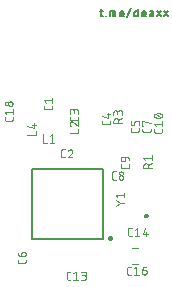
<source format=gbr>
G04 EAGLE Gerber RS-274X export*
G75*
%MOMM*%
%FSLAX34Y34*%
%LPD*%
%INSilkscreen Top*%
%IPPOS*%
%AMOC8*
5,1,8,0,0,1.08239X$1,22.5*%
G01*
%ADD10C,0.152400*%
%ADD11C,0.304800*%
%ADD12C,0.076200*%
%ADD13C,0.120000*%
%ADD14C,0.050800*%
%ADD15C,0.203200*%
%ADD16C,0.200000*%


D10*
X99502Y237065D02*
X101703Y237065D01*
X100236Y239266D02*
X100236Y233763D01*
X100235Y233763D02*
X100237Y233699D01*
X100242Y233635D01*
X100252Y233572D01*
X100265Y233509D01*
X100281Y233447D01*
X100301Y233386D01*
X100325Y233327D01*
X100352Y233269D01*
X100383Y233213D01*
X100416Y233158D01*
X100453Y233106D01*
X100493Y233055D01*
X100535Y233007D01*
X100580Y232962D01*
X100628Y232920D01*
X100679Y232880D01*
X100731Y232843D01*
X100786Y232810D01*
X100842Y232779D01*
X100900Y232752D01*
X100959Y232728D01*
X101020Y232708D01*
X101082Y232692D01*
X101145Y232679D01*
X101208Y232669D01*
X101272Y232664D01*
X101336Y232662D01*
X101703Y232662D01*
X104419Y232662D02*
X104419Y233029D01*
X104786Y233029D01*
X104786Y232662D01*
X104419Y232662D01*
X108254Y232662D02*
X108254Y237065D01*
X111556Y237065D01*
X111620Y237063D01*
X111684Y237058D01*
X111747Y237048D01*
X111810Y237035D01*
X111872Y237019D01*
X111933Y236999D01*
X111992Y236975D01*
X112050Y236948D01*
X112107Y236917D01*
X112161Y236884D01*
X112213Y236847D01*
X112264Y236807D01*
X112312Y236765D01*
X112357Y236720D01*
X112399Y236672D01*
X112439Y236621D01*
X112476Y236569D01*
X112509Y236515D01*
X112540Y236458D01*
X112567Y236400D01*
X112591Y236341D01*
X112611Y236280D01*
X112627Y236218D01*
X112640Y236155D01*
X112650Y236092D01*
X112655Y236028D01*
X112657Y235964D01*
X112656Y235964D02*
X112656Y232662D01*
X110455Y232662D02*
X110455Y237065D01*
X117647Y232662D02*
X119482Y232662D01*
X117647Y232662D02*
X117583Y232664D01*
X117519Y232669D01*
X117456Y232679D01*
X117393Y232692D01*
X117331Y232708D01*
X117270Y232728D01*
X117211Y232752D01*
X117153Y232779D01*
X117097Y232810D01*
X117042Y232843D01*
X116990Y232880D01*
X116939Y232920D01*
X116891Y232962D01*
X116846Y233007D01*
X116804Y233055D01*
X116764Y233106D01*
X116727Y233158D01*
X116694Y233213D01*
X116663Y233269D01*
X116636Y233327D01*
X116612Y233386D01*
X116592Y233447D01*
X116576Y233509D01*
X116563Y233572D01*
X116553Y233635D01*
X116548Y233699D01*
X116546Y233763D01*
X116547Y233763D02*
X116547Y235597D01*
X116546Y235597D02*
X116548Y235673D01*
X116554Y235748D01*
X116563Y235823D01*
X116577Y235897D01*
X116594Y235971D01*
X116616Y236043D01*
X116640Y236115D01*
X116669Y236185D01*
X116701Y236253D01*
X116736Y236320D01*
X116775Y236385D01*
X116818Y236448D01*
X116863Y236508D01*
X116911Y236566D01*
X116963Y236622D01*
X117017Y236674D01*
X117074Y236724D01*
X117133Y236771D01*
X117194Y236815D01*
X117258Y236856D01*
X117324Y236893D01*
X117392Y236927D01*
X117461Y236957D01*
X117532Y236984D01*
X117604Y237007D01*
X117677Y237026D01*
X117751Y237041D01*
X117826Y237053D01*
X117901Y237061D01*
X117976Y237065D01*
X118052Y237065D01*
X118127Y237061D01*
X118202Y237053D01*
X118277Y237041D01*
X118351Y237026D01*
X118424Y237007D01*
X118496Y236984D01*
X118567Y236957D01*
X118636Y236927D01*
X118704Y236893D01*
X118770Y236856D01*
X118834Y236815D01*
X118895Y236771D01*
X118954Y236724D01*
X119011Y236674D01*
X119065Y236622D01*
X119117Y236566D01*
X119165Y236508D01*
X119210Y236448D01*
X119253Y236385D01*
X119292Y236320D01*
X119327Y236253D01*
X119359Y236185D01*
X119388Y236115D01*
X119412Y236043D01*
X119434Y235971D01*
X119451Y235897D01*
X119465Y235823D01*
X119474Y235748D01*
X119480Y235673D01*
X119482Y235597D01*
X119482Y234863D01*
X116547Y234863D01*
X122643Y231928D02*
X125578Y240000D01*
X131611Y239266D02*
X131611Y232662D01*
X129776Y232662D01*
X129712Y232664D01*
X129648Y232669D01*
X129585Y232679D01*
X129522Y232692D01*
X129460Y232708D01*
X129399Y232728D01*
X129340Y232752D01*
X129282Y232779D01*
X129226Y232810D01*
X129171Y232843D01*
X129119Y232880D01*
X129068Y232920D01*
X129020Y232962D01*
X128975Y233007D01*
X128933Y233055D01*
X128893Y233106D01*
X128856Y233158D01*
X128823Y233213D01*
X128792Y233269D01*
X128765Y233327D01*
X128741Y233386D01*
X128721Y233447D01*
X128705Y233509D01*
X128692Y233572D01*
X128682Y233635D01*
X128677Y233699D01*
X128675Y233763D01*
X128676Y233763D02*
X128676Y235964D01*
X128675Y235964D02*
X128677Y236028D01*
X128682Y236092D01*
X128692Y236155D01*
X128705Y236218D01*
X128721Y236280D01*
X128741Y236341D01*
X128765Y236400D01*
X128792Y236458D01*
X128823Y236515D01*
X128856Y236569D01*
X128893Y236621D01*
X128933Y236672D01*
X128975Y236720D01*
X129020Y236765D01*
X129068Y236807D01*
X129119Y236847D01*
X129171Y236884D01*
X129226Y236918D01*
X129282Y236948D01*
X129340Y236975D01*
X129399Y236999D01*
X129460Y237019D01*
X129522Y237035D01*
X129585Y237048D01*
X129648Y237058D01*
X129712Y237063D01*
X129776Y237065D01*
X131611Y237065D01*
X136423Y232662D02*
X138257Y232662D01*
X136423Y232662D02*
X136359Y232664D01*
X136295Y232669D01*
X136232Y232679D01*
X136169Y232692D01*
X136107Y232708D01*
X136046Y232728D01*
X135987Y232752D01*
X135929Y232779D01*
X135873Y232810D01*
X135818Y232843D01*
X135766Y232880D01*
X135715Y232920D01*
X135667Y232962D01*
X135622Y233007D01*
X135580Y233055D01*
X135540Y233106D01*
X135503Y233158D01*
X135470Y233213D01*
X135439Y233269D01*
X135412Y233327D01*
X135388Y233386D01*
X135368Y233447D01*
X135352Y233509D01*
X135339Y233572D01*
X135329Y233635D01*
X135324Y233699D01*
X135322Y233763D01*
X135322Y235597D01*
X135324Y235673D01*
X135330Y235748D01*
X135339Y235823D01*
X135353Y235897D01*
X135370Y235971D01*
X135392Y236043D01*
X135416Y236115D01*
X135445Y236185D01*
X135477Y236253D01*
X135512Y236320D01*
X135551Y236385D01*
X135594Y236448D01*
X135639Y236508D01*
X135687Y236566D01*
X135739Y236622D01*
X135793Y236674D01*
X135850Y236724D01*
X135909Y236771D01*
X135970Y236815D01*
X136034Y236856D01*
X136100Y236893D01*
X136168Y236927D01*
X136237Y236957D01*
X136308Y236984D01*
X136380Y237007D01*
X136453Y237026D01*
X136527Y237041D01*
X136602Y237053D01*
X136677Y237061D01*
X136752Y237065D01*
X136828Y237065D01*
X136903Y237061D01*
X136978Y237053D01*
X137053Y237041D01*
X137127Y237026D01*
X137200Y237007D01*
X137272Y236984D01*
X137343Y236957D01*
X137412Y236927D01*
X137480Y236893D01*
X137546Y236856D01*
X137610Y236815D01*
X137671Y236771D01*
X137730Y236724D01*
X137787Y236674D01*
X137841Y236622D01*
X137893Y236566D01*
X137941Y236508D01*
X137986Y236448D01*
X138029Y236385D01*
X138068Y236320D01*
X138103Y236253D01*
X138135Y236185D01*
X138164Y236115D01*
X138188Y236043D01*
X138210Y235971D01*
X138227Y235897D01*
X138241Y235823D01*
X138250Y235748D01*
X138256Y235673D01*
X138258Y235597D01*
X138257Y235597D02*
X138257Y234863D01*
X135322Y234863D01*
X142883Y235230D02*
X144534Y235230D01*
X142883Y235230D02*
X142812Y235228D01*
X142742Y235222D01*
X142672Y235212D01*
X142602Y235199D01*
X142534Y235182D01*
X142466Y235160D01*
X142400Y235136D01*
X142335Y235107D01*
X142272Y235075D01*
X142211Y235040D01*
X142151Y235001D01*
X142094Y234959D01*
X142040Y234914D01*
X141988Y234866D01*
X141938Y234816D01*
X141892Y234762D01*
X141848Y234706D01*
X141808Y234648D01*
X141771Y234588D01*
X141737Y234526D01*
X141707Y234462D01*
X141681Y234396D01*
X141658Y234329D01*
X141638Y234261D01*
X141623Y234192D01*
X141611Y234122D01*
X141603Y234052D01*
X141599Y233981D01*
X141599Y233911D01*
X141603Y233840D01*
X141611Y233770D01*
X141623Y233700D01*
X141638Y233631D01*
X141658Y233563D01*
X141681Y233496D01*
X141707Y233430D01*
X141737Y233366D01*
X141771Y233304D01*
X141808Y233244D01*
X141848Y233186D01*
X141892Y233130D01*
X141938Y233076D01*
X141988Y233026D01*
X142040Y232978D01*
X142094Y232933D01*
X142151Y232891D01*
X142211Y232852D01*
X142272Y232817D01*
X142335Y232785D01*
X142400Y232756D01*
X142466Y232732D01*
X142534Y232710D01*
X142602Y232693D01*
X142672Y232680D01*
X142742Y232670D01*
X142812Y232664D01*
X142883Y232662D01*
X144534Y232662D01*
X144534Y235964D01*
X144532Y236028D01*
X144527Y236092D01*
X144517Y236155D01*
X144504Y236218D01*
X144488Y236280D01*
X144468Y236341D01*
X144444Y236400D01*
X144417Y236458D01*
X144386Y236515D01*
X144353Y236569D01*
X144316Y236621D01*
X144276Y236672D01*
X144234Y236720D01*
X144189Y236765D01*
X144141Y236807D01*
X144090Y236847D01*
X144038Y236884D01*
X143984Y236917D01*
X143927Y236948D01*
X143869Y236975D01*
X143810Y236999D01*
X143749Y237019D01*
X143687Y237035D01*
X143624Y237048D01*
X143561Y237058D01*
X143497Y237063D01*
X143433Y237065D01*
X141966Y237065D01*
X148002Y232662D02*
X150937Y237065D01*
X148002Y237065D02*
X150937Y232662D01*
X153854Y232662D02*
X156789Y237065D01*
X153854Y237065D02*
X156789Y232662D01*
D11*
X108646Y44420D02*
X108110Y44420D01*
X108110Y44956D01*
X108646Y44956D01*
X108646Y44420D01*
D12*
X59039Y155515D02*
X59039Y157039D01*
X59039Y155515D02*
X59037Y155438D01*
X59031Y155361D01*
X59021Y155284D01*
X59008Y155208D01*
X58990Y155133D01*
X58969Y155059D01*
X58944Y154986D01*
X58915Y154914D01*
X58883Y154844D01*
X58848Y154775D01*
X58808Y154709D01*
X58766Y154644D01*
X58720Y154582D01*
X58671Y154522D01*
X58620Y154465D01*
X58565Y154410D01*
X58508Y154359D01*
X58448Y154310D01*
X58386Y154264D01*
X58321Y154222D01*
X58255Y154182D01*
X58186Y154147D01*
X58116Y154115D01*
X58044Y154086D01*
X57971Y154061D01*
X57897Y154040D01*
X57822Y154022D01*
X57746Y154009D01*
X57669Y153999D01*
X57592Y153993D01*
X57515Y153991D01*
X53705Y153991D01*
X53628Y153993D01*
X53551Y153999D01*
X53474Y154009D01*
X53398Y154022D01*
X53323Y154040D01*
X53249Y154061D01*
X53176Y154086D01*
X53104Y154115D01*
X53034Y154147D01*
X52965Y154182D01*
X52899Y154222D01*
X52834Y154264D01*
X52772Y154310D01*
X52712Y154359D01*
X52655Y154410D01*
X52600Y154465D01*
X52549Y154522D01*
X52500Y154582D01*
X52454Y154644D01*
X52412Y154709D01*
X52372Y154775D01*
X52337Y154844D01*
X52305Y154914D01*
X52276Y154986D01*
X52251Y155059D01*
X52230Y155133D01*
X52212Y155208D01*
X52199Y155284D01*
X52189Y155361D01*
X52183Y155438D01*
X52181Y155515D01*
X52181Y157039D01*
X53705Y159728D02*
X52181Y161633D01*
X59039Y161633D01*
X59039Y159728D02*
X59039Y163538D01*
X68050Y113284D02*
X69574Y113284D01*
X68050Y113284D02*
X67973Y113286D01*
X67896Y113292D01*
X67819Y113302D01*
X67743Y113315D01*
X67668Y113333D01*
X67594Y113354D01*
X67521Y113379D01*
X67449Y113408D01*
X67379Y113440D01*
X67310Y113475D01*
X67244Y113515D01*
X67179Y113557D01*
X67117Y113603D01*
X67057Y113652D01*
X67000Y113703D01*
X66945Y113758D01*
X66894Y113815D01*
X66845Y113875D01*
X66799Y113937D01*
X66757Y114002D01*
X66717Y114068D01*
X66682Y114137D01*
X66650Y114207D01*
X66621Y114279D01*
X66596Y114352D01*
X66575Y114426D01*
X66557Y114501D01*
X66544Y114577D01*
X66534Y114654D01*
X66528Y114731D01*
X66526Y114808D01*
X66526Y118618D01*
X66528Y118695D01*
X66534Y118772D01*
X66544Y118849D01*
X66557Y118925D01*
X66575Y119000D01*
X66596Y119074D01*
X66621Y119147D01*
X66650Y119219D01*
X66682Y119289D01*
X66717Y119358D01*
X66757Y119424D01*
X66799Y119489D01*
X66845Y119551D01*
X66894Y119611D01*
X66945Y119668D01*
X67000Y119723D01*
X67057Y119774D01*
X67117Y119823D01*
X67179Y119869D01*
X67244Y119911D01*
X67310Y119951D01*
X67379Y119986D01*
X67449Y120018D01*
X67521Y120047D01*
X67594Y120072D01*
X67668Y120093D01*
X67743Y120111D01*
X67819Y120124D01*
X67896Y120134D01*
X67973Y120140D01*
X68050Y120142D01*
X69574Y120142D01*
X74359Y120143D02*
X74441Y120141D01*
X74522Y120135D01*
X74603Y120126D01*
X74684Y120112D01*
X74763Y120095D01*
X74842Y120074D01*
X74920Y120049D01*
X74996Y120020D01*
X75071Y119988D01*
X75145Y119952D01*
X75217Y119913D01*
X75286Y119871D01*
X75354Y119825D01*
X75419Y119776D01*
X75482Y119724D01*
X75542Y119669D01*
X75600Y119611D01*
X75655Y119551D01*
X75707Y119488D01*
X75756Y119423D01*
X75802Y119355D01*
X75844Y119286D01*
X75883Y119214D01*
X75919Y119140D01*
X75951Y119065D01*
X75980Y118989D01*
X76005Y118911D01*
X76026Y118832D01*
X76043Y118753D01*
X76057Y118672D01*
X76066Y118591D01*
X76072Y118510D01*
X76074Y118428D01*
X74359Y120142D02*
X74267Y120140D01*
X74175Y120134D01*
X74083Y120125D01*
X73991Y120111D01*
X73901Y120094D01*
X73811Y120073D01*
X73722Y120048D01*
X73634Y120019D01*
X73547Y119987D01*
X73462Y119951D01*
X73379Y119912D01*
X73297Y119869D01*
X73217Y119823D01*
X73139Y119773D01*
X73063Y119721D01*
X72990Y119665D01*
X72919Y119606D01*
X72850Y119544D01*
X72784Y119479D01*
X72721Y119412D01*
X72661Y119342D01*
X72603Y119270D01*
X72549Y119195D01*
X72498Y119118D01*
X72450Y119039D01*
X72406Y118958D01*
X72365Y118875D01*
X72327Y118791D01*
X72293Y118705D01*
X72263Y118618D01*
X75502Y117094D02*
X75561Y117153D01*
X75617Y117214D01*
X75670Y117277D01*
X75721Y117343D01*
X75768Y117411D01*
X75812Y117481D01*
X75853Y117553D01*
X75891Y117627D01*
X75925Y117702D01*
X75956Y117779D01*
X75983Y117857D01*
X76007Y117937D01*
X76028Y118017D01*
X76044Y118098D01*
X76057Y118180D01*
X76067Y118262D01*
X76072Y118345D01*
X76074Y118428D01*
X75502Y117094D02*
X72263Y113284D01*
X76073Y113284D01*
X132468Y136360D02*
X132468Y137884D01*
X132468Y136360D02*
X132466Y136283D01*
X132460Y136206D01*
X132450Y136129D01*
X132437Y136053D01*
X132419Y135978D01*
X132398Y135904D01*
X132373Y135831D01*
X132344Y135759D01*
X132312Y135689D01*
X132277Y135620D01*
X132237Y135554D01*
X132195Y135489D01*
X132149Y135427D01*
X132100Y135367D01*
X132049Y135310D01*
X131994Y135255D01*
X131937Y135204D01*
X131877Y135155D01*
X131815Y135109D01*
X131750Y135067D01*
X131684Y135027D01*
X131615Y134992D01*
X131545Y134960D01*
X131473Y134931D01*
X131400Y134906D01*
X131326Y134885D01*
X131251Y134867D01*
X131175Y134854D01*
X131098Y134844D01*
X131021Y134838D01*
X130944Y134836D01*
X127134Y134836D01*
X127057Y134838D01*
X126980Y134844D01*
X126903Y134854D01*
X126827Y134867D01*
X126752Y134885D01*
X126678Y134906D01*
X126605Y134931D01*
X126533Y134960D01*
X126463Y134992D01*
X126394Y135027D01*
X126328Y135067D01*
X126263Y135109D01*
X126201Y135155D01*
X126141Y135204D01*
X126084Y135255D01*
X126029Y135310D01*
X125978Y135367D01*
X125929Y135427D01*
X125883Y135489D01*
X125841Y135554D01*
X125801Y135620D01*
X125766Y135689D01*
X125734Y135759D01*
X125705Y135831D01*
X125680Y135904D01*
X125659Y135978D01*
X125641Y136053D01*
X125628Y136129D01*
X125618Y136206D01*
X125612Y136283D01*
X125610Y136360D01*
X125610Y137884D01*
X132468Y140573D02*
X132468Y142859D01*
X132466Y142936D01*
X132460Y143013D01*
X132450Y143090D01*
X132437Y143166D01*
X132419Y143241D01*
X132398Y143315D01*
X132373Y143388D01*
X132344Y143460D01*
X132312Y143530D01*
X132277Y143599D01*
X132237Y143665D01*
X132195Y143730D01*
X132149Y143792D01*
X132100Y143852D01*
X132049Y143909D01*
X131994Y143964D01*
X131937Y144015D01*
X131877Y144064D01*
X131815Y144110D01*
X131750Y144152D01*
X131684Y144192D01*
X131615Y144227D01*
X131545Y144259D01*
X131473Y144288D01*
X131400Y144313D01*
X131326Y144334D01*
X131251Y144352D01*
X131175Y144365D01*
X131098Y144375D01*
X131021Y144381D01*
X130944Y144383D01*
X130182Y144383D01*
X130105Y144381D01*
X130028Y144375D01*
X129951Y144365D01*
X129875Y144352D01*
X129800Y144334D01*
X129726Y144313D01*
X129653Y144288D01*
X129581Y144259D01*
X129511Y144227D01*
X129442Y144192D01*
X129376Y144152D01*
X129311Y144110D01*
X129249Y144064D01*
X129189Y144015D01*
X129132Y143964D01*
X129077Y143909D01*
X129026Y143852D01*
X128977Y143792D01*
X128931Y143730D01*
X128889Y143665D01*
X128849Y143599D01*
X128814Y143530D01*
X128782Y143460D01*
X128753Y143388D01*
X128728Y143315D01*
X128707Y143241D01*
X128689Y143166D01*
X128676Y143090D01*
X128666Y143013D01*
X128660Y142936D01*
X128658Y142859D01*
X128658Y140573D01*
X125610Y140573D01*
X125610Y144383D01*
X36685Y26793D02*
X36685Y25269D01*
X36683Y25192D01*
X36677Y25115D01*
X36667Y25038D01*
X36654Y24962D01*
X36636Y24887D01*
X36615Y24813D01*
X36590Y24740D01*
X36561Y24668D01*
X36529Y24598D01*
X36494Y24529D01*
X36454Y24463D01*
X36412Y24398D01*
X36366Y24336D01*
X36317Y24276D01*
X36266Y24219D01*
X36211Y24164D01*
X36154Y24113D01*
X36094Y24064D01*
X36032Y24018D01*
X35967Y23976D01*
X35901Y23936D01*
X35832Y23901D01*
X35762Y23869D01*
X35690Y23840D01*
X35617Y23815D01*
X35543Y23794D01*
X35468Y23776D01*
X35392Y23763D01*
X35315Y23753D01*
X35238Y23747D01*
X35161Y23745D01*
X31351Y23745D01*
X31274Y23747D01*
X31197Y23753D01*
X31120Y23763D01*
X31044Y23776D01*
X30969Y23794D01*
X30895Y23815D01*
X30822Y23840D01*
X30750Y23869D01*
X30680Y23901D01*
X30611Y23936D01*
X30545Y23976D01*
X30480Y24018D01*
X30418Y24064D01*
X30358Y24113D01*
X30301Y24164D01*
X30246Y24219D01*
X30195Y24276D01*
X30146Y24336D01*
X30100Y24398D01*
X30058Y24463D01*
X30018Y24529D01*
X29983Y24598D01*
X29951Y24668D01*
X29922Y24740D01*
X29897Y24813D01*
X29876Y24887D01*
X29858Y24962D01*
X29845Y25038D01*
X29835Y25115D01*
X29829Y25192D01*
X29827Y25269D01*
X29827Y26793D01*
X32875Y29482D02*
X32875Y31768D01*
X32877Y31845D01*
X32883Y31922D01*
X32893Y31999D01*
X32906Y32075D01*
X32924Y32150D01*
X32945Y32224D01*
X32970Y32297D01*
X32999Y32369D01*
X33031Y32439D01*
X33066Y32508D01*
X33106Y32574D01*
X33148Y32639D01*
X33194Y32701D01*
X33243Y32761D01*
X33294Y32818D01*
X33349Y32873D01*
X33406Y32924D01*
X33466Y32973D01*
X33528Y33019D01*
X33593Y33061D01*
X33659Y33101D01*
X33728Y33136D01*
X33798Y33168D01*
X33870Y33197D01*
X33943Y33222D01*
X34017Y33243D01*
X34092Y33261D01*
X34168Y33274D01*
X34245Y33284D01*
X34322Y33290D01*
X34399Y33292D01*
X34780Y33292D01*
X34865Y33290D01*
X34951Y33284D01*
X35036Y33275D01*
X35120Y33261D01*
X35204Y33244D01*
X35287Y33223D01*
X35369Y33199D01*
X35449Y33171D01*
X35529Y33139D01*
X35607Y33103D01*
X35683Y33065D01*
X35757Y33022D01*
X35829Y32977D01*
X35900Y32928D01*
X35968Y32876D01*
X36033Y32822D01*
X36096Y32764D01*
X36157Y32703D01*
X36215Y32640D01*
X36269Y32575D01*
X36321Y32507D01*
X36370Y32436D01*
X36415Y32364D01*
X36458Y32290D01*
X36496Y32214D01*
X36532Y32136D01*
X36564Y32056D01*
X36592Y31976D01*
X36616Y31894D01*
X36637Y31811D01*
X36654Y31727D01*
X36668Y31643D01*
X36677Y31558D01*
X36683Y31472D01*
X36685Y31387D01*
X36683Y31302D01*
X36677Y31216D01*
X36668Y31131D01*
X36654Y31047D01*
X36637Y30963D01*
X36616Y30880D01*
X36592Y30798D01*
X36564Y30718D01*
X36532Y30638D01*
X36496Y30560D01*
X36458Y30484D01*
X36415Y30410D01*
X36370Y30338D01*
X36321Y30267D01*
X36269Y30199D01*
X36215Y30134D01*
X36157Y30071D01*
X36096Y30010D01*
X36033Y29952D01*
X35968Y29898D01*
X35900Y29846D01*
X35829Y29797D01*
X35757Y29752D01*
X35683Y29709D01*
X35607Y29671D01*
X35529Y29635D01*
X35449Y29603D01*
X35369Y29575D01*
X35287Y29551D01*
X35204Y29530D01*
X35120Y29513D01*
X35036Y29499D01*
X34951Y29490D01*
X34865Y29484D01*
X34780Y29482D01*
X32875Y29482D01*
X32766Y29484D01*
X32658Y29490D01*
X32549Y29499D01*
X32441Y29513D01*
X32334Y29530D01*
X32227Y29552D01*
X32121Y29577D01*
X32016Y29605D01*
X31912Y29638D01*
X31810Y29674D01*
X31709Y29714D01*
X31609Y29757D01*
X31511Y29804D01*
X31414Y29855D01*
X31320Y29909D01*
X31227Y29966D01*
X31137Y30026D01*
X31048Y30090D01*
X30962Y30157D01*
X30879Y30226D01*
X30798Y30299D01*
X30720Y30375D01*
X30644Y30453D01*
X30571Y30534D01*
X30502Y30617D01*
X30435Y30703D01*
X30371Y30792D01*
X30311Y30882D01*
X30254Y30975D01*
X30200Y31069D01*
X30149Y31166D01*
X30102Y31264D01*
X30059Y31364D01*
X30019Y31465D01*
X29983Y31567D01*
X29950Y31671D01*
X29922Y31776D01*
X29897Y31882D01*
X29875Y31989D01*
X29858Y32096D01*
X29844Y32204D01*
X29835Y32313D01*
X29829Y32421D01*
X29827Y32530D01*
X142347Y136096D02*
X142347Y137620D01*
X142347Y136096D02*
X142345Y136019D01*
X142339Y135942D01*
X142329Y135865D01*
X142316Y135789D01*
X142298Y135714D01*
X142277Y135640D01*
X142252Y135567D01*
X142223Y135495D01*
X142191Y135425D01*
X142156Y135356D01*
X142116Y135290D01*
X142074Y135225D01*
X142028Y135163D01*
X141979Y135103D01*
X141928Y135046D01*
X141873Y134991D01*
X141816Y134940D01*
X141756Y134891D01*
X141694Y134845D01*
X141629Y134803D01*
X141563Y134763D01*
X141494Y134728D01*
X141424Y134696D01*
X141352Y134667D01*
X141279Y134642D01*
X141205Y134621D01*
X141130Y134603D01*
X141054Y134590D01*
X140977Y134580D01*
X140900Y134574D01*
X140823Y134572D01*
X137013Y134572D01*
X136936Y134574D01*
X136859Y134580D01*
X136782Y134590D01*
X136706Y134603D01*
X136631Y134621D01*
X136557Y134642D01*
X136484Y134667D01*
X136412Y134696D01*
X136342Y134728D01*
X136273Y134763D01*
X136207Y134803D01*
X136142Y134845D01*
X136080Y134891D01*
X136020Y134940D01*
X135963Y134991D01*
X135908Y135046D01*
X135857Y135103D01*
X135808Y135163D01*
X135762Y135225D01*
X135720Y135290D01*
X135680Y135356D01*
X135645Y135425D01*
X135613Y135495D01*
X135584Y135567D01*
X135559Y135640D01*
X135538Y135714D01*
X135520Y135789D01*
X135507Y135865D01*
X135497Y135942D01*
X135491Y136019D01*
X135489Y136096D01*
X135489Y137620D01*
X135489Y140309D02*
X136251Y140309D01*
X135489Y140309D02*
X135489Y144119D01*
X142347Y142214D01*
X74239Y9803D02*
X72715Y9803D01*
X72638Y9805D01*
X72561Y9811D01*
X72484Y9821D01*
X72408Y9834D01*
X72333Y9852D01*
X72259Y9873D01*
X72186Y9898D01*
X72114Y9927D01*
X72044Y9959D01*
X71975Y9994D01*
X71909Y10034D01*
X71844Y10076D01*
X71782Y10122D01*
X71722Y10171D01*
X71665Y10222D01*
X71610Y10277D01*
X71559Y10334D01*
X71510Y10394D01*
X71464Y10456D01*
X71422Y10521D01*
X71382Y10587D01*
X71347Y10656D01*
X71315Y10726D01*
X71286Y10798D01*
X71261Y10871D01*
X71240Y10945D01*
X71222Y11020D01*
X71209Y11096D01*
X71199Y11173D01*
X71193Y11250D01*
X71191Y11327D01*
X71191Y15137D01*
X71193Y15214D01*
X71199Y15291D01*
X71209Y15368D01*
X71222Y15444D01*
X71240Y15519D01*
X71261Y15593D01*
X71286Y15666D01*
X71315Y15738D01*
X71347Y15808D01*
X71382Y15877D01*
X71422Y15943D01*
X71464Y16008D01*
X71510Y16070D01*
X71559Y16130D01*
X71610Y16187D01*
X71665Y16242D01*
X71722Y16293D01*
X71782Y16342D01*
X71844Y16388D01*
X71909Y16430D01*
X71975Y16470D01*
X72044Y16505D01*
X72114Y16537D01*
X72186Y16566D01*
X72259Y16591D01*
X72333Y16612D01*
X72408Y16630D01*
X72484Y16643D01*
X72561Y16653D01*
X72638Y16659D01*
X72715Y16661D01*
X74239Y16661D01*
X76928Y15137D02*
X78833Y16661D01*
X78833Y9803D01*
X76928Y9803D02*
X80738Y9803D01*
X83786Y9803D02*
X85691Y9803D01*
X85776Y9805D01*
X85862Y9811D01*
X85947Y9820D01*
X86031Y9834D01*
X86115Y9851D01*
X86198Y9872D01*
X86280Y9896D01*
X86360Y9924D01*
X86440Y9956D01*
X86518Y9992D01*
X86594Y10030D01*
X86668Y10073D01*
X86740Y10118D01*
X86811Y10167D01*
X86879Y10219D01*
X86944Y10273D01*
X87007Y10331D01*
X87068Y10392D01*
X87126Y10455D01*
X87180Y10520D01*
X87232Y10588D01*
X87281Y10659D01*
X87326Y10731D01*
X87369Y10805D01*
X87407Y10881D01*
X87443Y10959D01*
X87475Y11039D01*
X87503Y11119D01*
X87527Y11201D01*
X87548Y11284D01*
X87565Y11368D01*
X87579Y11452D01*
X87588Y11537D01*
X87594Y11623D01*
X87596Y11708D01*
X87594Y11793D01*
X87588Y11879D01*
X87579Y11964D01*
X87565Y12048D01*
X87548Y12132D01*
X87527Y12215D01*
X87503Y12297D01*
X87475Y12377D01*
X87443Y12457D01*
X87407Y12535D01*
X87369Y12611D01*
X87326Y12685D01*
X87281Y12757D01*
X87232Y12828D01*
X87180Y12896D01*
X87126Y12961D01*
X87068Y13024D01*
X87007Y13085D01*
X86944Y13143D01*
X86879Y13197D01*
X86811Y13249D01*
X86740Y13298D01*
X86668Y13343D01*
X86594Y13386D01*
X86518Y13424D01*
X86440Y13460D01*
X86360Y13492D01*
X86280Y13520D01*
X86198Y13544D01*
X86115Y13565D01*
X86031Y13582D01*
X85947Y13596D01*
X85862Y13605D01*
X85776Y13611D01*
X85691Y13613D01*
X86072Y16661D02*
X83786Y16661D01*
X86072Y16661D02*
X86149Y16659D01*
X86226Y16653D01*
X86303Y16643D01*
X86379Y16630D01*
X86454Y16612D01*
X86528Y16591D01*
X86601Y16566D01*
X86673Y16537D01*
X86743Y16505D01*
X86812Y16470D01*
X86878Y16430D01*
X86943Y16388D01*
X87005Y16342D01*
X87065Y16293D01*
X87122Y16242D01*
X87177Y16187D01*
X87228Y16130D01*
X87277Y16070D01*
X87323Y16008D01*
X87365Y15943D01*
X87405Y15877D01*
X87440Y15808D01*
X87472Y15738D01*
X87501Y15666D01*
X87526Y15593D01*
X87547Y15519D01*
X87565Y15444D01*
X87578Y15368D01*
X87588Y15291D01*
X87594Y15214D01*
X87596Y15137D01*
X87594Y15060D01*
X87588Y14983D01*
X87578Y14906D01*
X87565Y14830D01*
X87547Y14755D01*
X87526Y14681D01*
X87501Y14608D01*
X87472Y14536D01*
X87440Y14466D01*
X87405Y14397D01*
X87365Y14331D01*
X87323Y14266D01*
X87277Y14204D01*
X87228Y14144D01*
X87177Y14087D01*
X87122Y14032D01*
X87065Y13981D01*
X87005Y13932D01*
X86943Y13886D01*
X86878Y13844D01*
X86812Y13804D01*
X86743Y13769D01*
X86673Y13737D01*
X86601Y13708D01*
X86528Y13683D01*
X86454Y13662D01*
X86379Y13644D01*
X86303Y13631D01*
X86226Y13621D01*
X86149Y13615D01*
X86072Y13613D01*
X84548Y13613D01*
D13*
X126830Y36728D02*
X131930Y36728D01*
X131930Y22728D02*
X126830Y22728D01*
D12*
X125697Y14107D02*
X124173Y14107D01*
X124096Y14109D01*
X124019Y14115D01*
X123942Y14125D01*
X123866Y14138D01*
X123791Y14156D01*
X123717Y14177D01*
X123644Y14202D01*
X123572Y14231D01*
X123502Y14263D01*
X123433Y14298D01*
X123367Y14338D01*
X123302Y14380D01*
X123240Y14426D01*
X123180Y14475D01*
X123123Y14526D01*
X123068Y14581D01*
X123017Y14638D01*
X122968Y14698D01*
X122922Y14760D01*
X122880Y14825D01*
X122840Y14891D01*
X122805Y14960D01*
X122773Y15030D01*
X122744Y15102D01*
X122719Y15175D01*
X122698Y15249D01*
X122680Y15324D01*
X122667Y15400D01*
X122657Y15477D01*
X122651Y15554D01*
X122649Y15631D01*
X122649Y19441D01*
X122651Y19518D01*
X122657Y19595D01*
X122667Y19672D01*
X122680Y19748D01*
X122698Y19823D01*
X122719Y19897D01*
X122744Y19970D01*
X122773Y20042D01*
X122805Y20112D01*
X122840Y20181D01*
X122880Y20247D01*
X122922Y20312D01*
X122968Y20374D01*
X123017Y20434D01*
X123068Y20491D01*
X123123Y20546D01*
X123180Y20597D01*
X123240Y20646D01*
X123302Y20692D01*
X123367Y20734D01*
X123433Y20774D01*
X123502Y20809D01*
X123572Y20841D01*
X123644Y20870D01*
X123717Y20895D01*
X123791Y20916D01*
X123866Y20934D01*
X123942Y20947D01*
X124019Y20957D01*
X124096Y20963D01*
X124173Y20965D01*
X125697Y20965D01*
X128386Y19441D02*
X130291Y20965D01*
X130291Y14107D01*
X128386Y14107D02*
X132196Y14107D01*
X135244Y17917D02*
X137530Y17917D01*
X137607Y17915D01*
X137684Y17909D01*
X137761Y17899D01*
X137837Y17886D01*
X137912Y17868D01*
X137986Y17847D01*
X138059Y17822D01*
X138131Y17793D01*
X138201Y17761D01*
X138270Y17726D01*
X138336Y17686D01*
X138401Y17644D01*
X138463Y17598D01*
X138523Y17549D01*
X138580Y17498D01*
X138635Y17443D01*
X138686Y17386D01*
X138735Y17326D01*
X138781Y17264D01*
X138823Y17199D01*
X138863Y17133D01*
X138898Y17064D01*
X138930Y16994D01*
X138959Y16922D01*
X138984Y16849D01*
X139005Y16775D01*
X139023Y16700D01*
X139036Y16624D01*
X139046Y16547D01*
X139052Y16470D01*
X139054Y16393D01*
X139054Y16012D01*
X139052Y15927D01*
X139046Y15841D01*
X139037Y15756D01*
X139023Y15672D01*
X139006Y15588D01*
X138985Y15505D01*
X138961Y15423D01*
X138933Y15343D01*
X138901Y15263D01*
X138865Y15185D01*
X138827Y15109D01*
X138784Y15035D01*
X138739Y14963D01*
X138690Y14892D01*
X138638Y14824D01*
X138584Y14759D01*
X138526Y14696D01*
X138465Y14635D01*
X138402Y14577D01*
X138337Y14523D01*
X138269Y14471D01*
X138198Y14422D01*
X138126Y14377D01*
X138052Y14334D01*
X137976Y14296D01*
X137898Y14260D01*
X137818Y14228D01*
X137738Y14200D01*
X137656Y14176D01*
X137573Y14155D01*
X137489Y14138D01*
X137405Y14124D01*
X137320Y14115D01*
X137234Y14109D01*
X137149Y14107D01*
X137064Y14109D01*
X136978Y14115D01*
X136893Y14124D01*
X136809Y14138D01*
X136725Y14155D01*
X136642Y14176D01*
X136560Y14200D01*
X136480Y14228D01*
X136400Y14260D01*
X136322Y14296D01*
X136246Y14334D01*
X136172Y14377D01*
X136100Y14422D01*
X136029Y14471D01*
X135961Y14523D01*
X135896Y14577D01*
X135833Y14635D01*
X135772Y14696D01*
X135714Y14759D01*
X135660Y14824D01*
X135608Y14892D01*
X135559Y14963D01*
X135514Y15035D01*
X135471Y15109D01*
X135433Y15185D01*
X135397Y15263D01*
X135365Y15343D01*
X135337Y15423D01*
X135313Y15505D01*
X135292Y15588D01*
X135275Y15672D01*
X135261Y15756D01*
X135252Y15841D01*
X135246Y15927D01*
X135244Y16012D01*
X135244Y17917D01*
X135246Y18026D01*
X135252Y18134D01*
X135261Y18243D01*
X135275Y18351D01*
X135292Y18458D01*
X135314Y18565D01*
X135339Y18671D01*
X135367Y18776D01*
X135400Y18880D01*
X135436Y18982D01*
X135476Y19083D01*
X135519Y19183D01*
X135566Y19281D01*
X135617Y19378D01*
X135671Y19472D01*
X135728Y19565D01*
X135788Y19655D01*
X135852Y19744D01*
X135919Y19830D01*
X135988Y19913D01*
X136061Y19994D01*
X136137Y20072D01*
X136215Y20148D01*
X136296Y20221D01*
X136379Y20290D01*
X136465Y20357D01*
X136554Y20421D01*
X136644Y20481D01*
X136737Y20538D01*
X136831Y20592D01*
X136928Y20643D01*
X137026Y20690D01*
X137126Y20733D01*
X137227Y20773D01*
X137329Y20809D01*
X137433Y20842D01*
X137538Y20870D01*
X137644Y20895D01*
X137751Y20917D01*
X137858Y20934D01*
X137966Y20948D01*
X138075Y20957D01*
X138183Y20963D01*
X138292Y20965D01*
X25597Y145960D02*
X25597Y147484D01*
X25597Y145960D02*
X25595Y145883D01*
X25589Y145806D01*
X25579Y145729D01*
X25566Y145653D01*
X25548Y145578D01*
X25527Y145504D01*
X25502Y145431D01*
X25473Y145359D01*
X25441Y145289D01*
X25406Y145220D01*
X25366Y145154D01*
X25324Y145089D01*
X25278Y145027D01*
X25229Y144967D01*
X25178Y144910D01*
X25123Y144855D01*
X25066Y144804D01*
X25006Y144755D01*
X24944Y144709D01*
X24879Y144667D01*
X24813Y144627D01*
X24744Y144592D01*
X24674Y144560D01*
X24602Y144531D01*
X24529Y144506D01*
X24455Y144485D01*
X24380Y144467D01*
X24304Y144454D01*
X24227Y144444D01*
X24150Y144438D01*
X24073Y144436D01*
X20263Y144436D01*
X20186Y144438D01*
X20109Y144444D01*
X20032Y144454D01*
X19956Y144467D01*
X19881Y144485D01*
X19807Y144506D01*
X19734Y144531D01*
X19662Y144560D01*
X19592Y144592D01*
X19523Y144627D01*
X19457Y144667D01*
X19392Y144709D01*
X19330Y144755D01*
X19270Y144804D01*
X19213Y144855D01*
X19158Y144910D01*
X19107Y144967D01*
X19058Y145027D01*
X19012Y145089D01*
X18970Y145154D01*
X18930Y145220D01*
X18895Y145289D01*
X18863Y145359D01*
X18834Y145431D01*
X18809Y145504D01*
X18788Y145578D01*
X18770Y145653D01*
X18757Y145729D01*
X18747Y145806D01*
X18741Y145883D01*
X18739Y145960D01*
X18739Y147484D01*
X20263Y150173D02*
X18739Y152078D01*
X25597Y152078D01*
X25597Y150173D02*
X25597Y153983D01*
X23692Y157031D02*
X23607Y157033D01*
X23521Y157039D01*
X23436Y157048D01*
X23352Y157062D01*
X23268Y157079D01*
X23185Y157100D01*
X23103Y157124D01*
X23023Y157152D01*
X22943Y157184D01*
X22865Y157220D01*
X22789Y157258D01*
X22715Y157301D01*
X22643Y157346D01*
X22572Y157395D01*
X22504Y157447D01*
X22439Y157501D01*
X22376Y157559D01*
X22315Y157620D01*
X22257Y157683D01*
X22203Y157748D01*
X22151Y157816D01*
X22102Y157887D01*
X22057Y157959D01*
X22014Y158033D01*
X21976Y158109D01*
X21940Y158187D01*
X21908Y158267D01*
X21880Y158347D01*
X21856Y158429D01*
X21835Y158512D01*
X21818Y158596D01*
X21804Y158680D01*
X21795Y158765D01*
X21789Y158851D01*
X21787Y158936D01*
X21789Y159021D01*
X21795Y159107D01*
X21804Y159192D01*
X21818Y159276D01*
X21835Y159360D01*
X21856Y159443D01*
X21880Y159525D01*
X21908Y159605D01*
X21940Y159685D01*
X21976Y159763D01*
X22014Y159839D01*
X22057Y159913D01*
X22102Y159985D01*
X22151Y160056D01*
X22203Y160124D01*
X22257Y160189D01*
X22315Y160252D01*
X22376Y160313D01*
X22439Y160371D01*
X22504Y160425D01*
X22572Y160477D01*
X22643Y160526D01*
X22715Y160571D01*
X22789Y160614D01*
X22865Y160652D01*
X22943Y160688D01*
X23023Y160720D01*
X23103Y160748D01*
X23185Y160772D01*
X23268Y160793D01*
X23352Y160810D01*
X23436Y160824D01*
X23521Y160833D01*
X23607Y160839D01*
X23692Y160841D01*
X23777Y160839D01*
X23863Y160833D01*
X23948Y160824D01*
X24032Y160810D01*
X24116Y160793D01*
X24199Y160772D01*
X24281Y160748D01*
X24361Y160720D01*
X24441Y160688D01*
X24519Y160652D01*
X24595Y160614D01*
X24669Y160571D01*
X24741Y160526D01*
X24812Y160477D01*
X24880Y160425D01*
X24945Y160371D01*
X25008Y160313D01*
X25069Y160252D01*
X25127Y160189D01*
X25181Y160124D01*
X25233Y160056D01*
X25282Y159985D01*
X25327Y159913D01*
X25370Y159839D01*
X25408Y159763D01*
X25444Y159685D01*
X25476Y159605D01*
X25504Y159525D01*
X25528Y159443D01*
X25549Y159360D01*
X25566Y159276D01*
X25580Y159192D01*
X25589Y159107D01*
X25595Y159021D01*
X25597Y158936D01*
X25595Y158851D01*
X25589Y158765D01*
X25580Y158680D01*
X25566Y158596D01*
X25549Y158512D01*
X25528Y158429D01*
X25504Y158347D01*
X25476Y158267D01*
X25444Y158187D01*
X25408Y158109D01*
X25370Y158033D01*
X25327Y157959D01*
X25282Y157887D01*
X25233Y157816D01*
X25181Y157748D01*
X25127Y157683D01*
X25069Y157620D01*
X25008Y157559D01*
X24945Y157501D01*
X24880Y157447D01*
X24812Y157395D01*
X24741Y157346D01*
X24669Y157301D01*
X24595Y157258D01*
X24519Y157220D01*
X24441Y157184D01*
X24361Y157152D01*
X24281Y157124D01*
X24199Y157100D01*
X24116Y157079D01*
X24032Y157062D01*
X23948Y157048D01*
X23863Y157039D01*
X23777Y157033D01*
X23692Y157031D01*
X20263Y157412D02*
X20186Y157414D01*
X20109Y157420D01*
X20032Y157430D01*
X19956Y157443D01*
X19881Y157461D01*
X19807Y157482D01*
X19734Y157507D01*
X19662Y157536D01*
X19592Y157568D01*
X19523Y157603D01*
X19457Y157643D01*
X19392Y157685D01*
X19330Y157731D01*
X19270Y157780D01*
X19213Y157831D01*
X19158Y157886D01*
X19107Y157943D01*
X19058Y158003D01*
X19012Y158065D01*
X18970Y158130D01*
X18930Y158196D01*
X18895Y158265D01*
X18863Y158335D01*
X18834Y158407D01*
X18809Y158480D01*
X18788Y158554D01*
X18770Y158629D01*
X18757Y158705D01*
X18747Y158782D01*
X18741Y158859D01*
X18739Y158936D01*
X18741Y159013D01*
X18747Y159090D01*
X18757Y159167D01*
X18770Y159243D01*
X18788Y159318D01*
X18809Y159392D01*
X18834Y159465D01*
X18863Y159537D01*
X18895Y159607D01*
X18930Y159676D01*
X18970Y159742D01*
X19012Y159807D01*
X19058Y159869D01*
X19107Y159929D01*
X19158Y159986D01*
X19213Y160041D01*
X19270Y160092D01*
X19330Y160141D01*
X19392Y160187D01*
X19457Y160229D01*
X19523Y160269D01*
X19592Y160304D01*
X19662Y160336D01*
X19734Y160365D01*
X19807Y160390D01*
X19881Y160411D01*
X19956Y160429D01*
X20032Y160442D01*
X20109Y160452D01*
X20186Y160458D01*
X20263Y160460D01*
X20340Y160458D01*
X20417Y160452D01*
X20494Y160442D01*
X20570Y160429D01*
X20645Y160411D01*
X20719Y160390D01*
X20792Y160365D01*
X20864Y160336D01*
X20934Y160304D01*
X21003Y160269D01*
X21069Y160229D01*
X21134Y160187D01*
X21196Y160141D01*
X21256Y160092D01*
X21313Y160041D01*
X21368Y159986D01*
X21419Y159929D01*
X21468Y159869D01*
X21514Y159807D01*
X21556Y159742D01*
X21596Y159676D01*
X21631Y159607D01*
X21663Y159537D01*
X21692Y159465D01*
X21717Y159392D01*
X21738Y159318D01*
X21756Y159243D01*
X21769Y159167D01*
X21779Y159090D01*
X21785Y159013D01*
X21787Y158936D01*
X21785Y158859D01*
X21779Y158782D01*
X21769Y158705D01*
X21756Y158629D01*
X21738Y158554D01*
X21717Y158480D01*
X21692Y158407D01*
X21663Y158335D01*
X21631Y158265D01*
X21596Y158196D01*
X21556Y158130D01*
X21514Y158065D01*
X21468Y158003D01*
X21419Y157943D01*
X21368Y157886D01*
X21313Y157831D01*
X21256Y157780D01*
X21196Y157731D01*
X21134Y157685D01*
X21069Y157643D01*
X21003Y157603D01*
X20934Y157568D01*
X20864Y157536D01*
X20792Y157507D01*
X20719Y157482D01*
X20645Y157461D01*
X20570Y157443D01*
X20494Y157430D01*
X20417Y157420D01*
X20340Y157414D01*
X20263Y157412D01*
D14*
X51204Y132919D02*
X51204Y125807D01*
X54365Y125807D01*
X56907Y131339D02*
X58882Y132919D01*
X58882Y125807D01*
X56907Y125807D02*
X60858Y125807D01*
X81123Y146280D02*
X81123Y147861D01*
X81122Y146280D02*
X81120Y146202D01*
X81114Y146125D01*
X81105Y146048D01*
X81092Y145972D01*
X81075Y145896D01*
X81054Y145821D01*
X81030Y145748D01*
X81002Y145675D01*
X80970Y145604D01*
X80935Y145535D01*
X80897Y145468D01*
X80856Y145402D01*
X80811Y145339D01*
X80763Y145278D01*
X80713Y145219D01*
X80659Y145163D01*
X80603Y145109D01*
X80544Y145059D01*
X80483Y145011D01*
X80420Y144966D01*
X80354Y144925D01*
X80287Y144887D01*
X80218Y144852D01*
X80147Y144820D01*
X80074Y144792D01*
X80001Y144768D01*
X79926Y144747D01*
X79850Y144730D01*
X79774Y144717D01*
X79697Y144708D01*
X79620Y144702D01*
X79542Y144700D01*
X75591Y144700D01*
X75591Y144699D02*
X75513Y144701D01*
X75436Y144707D01*
X75359Y144716D01*
X75283Y144729D01*
X75207Y144746D01*
X75132Y144767D01*
X75058Y144791D01*
X74986Y144819D01*
X74915Y144851D01*
X74846Y144886D01*
X74778Y144924D01*
X74713Y144965D01*
X74649Y145010D01*
X74588Y145058D01*
X74529Y145109D01*
X74473Y145162D01*
X74420Y145218D01*
X74369Y145277D01*
X74321Y145338D01*
X74276Y145402D01*
X74235Y145467D01*
X74197Y145535D01*
X74162Y145604D01*
X74130Y145675D01*
X74102Y145747D01*
X74078Y145821D01*
X74057Y145896D01*
X74040Y145972D01*
X74027Y146048D01*
X74018Y146125D01*
X74012Y146202D01*
X74010Y146280D01*
X74011Y146280D02*
X74011Y147861D01*
X81123Y150433D02*
X81123Y152409D01*
X81121Y152496D01*
X81115Y152584D01*
X81106Y152671D01*
X81092Y152757D01*
X81075Y152843D01*
X81054Y152927D01*
X81029Y153011D01*
X81000Y153094D01*
X80968Y153175D01*
X80933Y153255D01*
X80894Y153333D01*
X80851Y153410D01*
X80805Y153484D01*
X80756Y153556D01*
X80704Y153626D01*
X80648Y153694D01*
X80590Y153759D01*
X80529Y153822D01*
X80465Y153881D01*
X80398Y153938D01*
X80330Y153992D01*
X80258Y154043D01*
X80185Y154090D01*
X80110Y154135D01*
X80032Y154176D01*
X79953Y154213D01*
X79873Y154247D01*
X79791Y154277D01*
X79708Y154304D01*
X79623Y154327D01*
X79538Y154346D01*
X79452Y154361D01*
X79365Y154373D01*
X79278Y154381D01*
X79191Y154385D01*
X79103Y154385D01*
X79016Y154381D01*
X78929Y154373D01*
X78842Y154361D01*
X78756Y154346D01*
X78671Y154327D01*
X78586Y154304D01*
X78503Y154277D01*
X78421Y154247D01*
X78341Y154213D01*
X78262Y154176D01*
X78184Y154135D01*
X78109Y154090D01*
X78036Y154043D01*
X77964Y153992D01*
X77896Y153938D01*
X77829Y153881D01*
X77765Y153822D01*
X77704Y153759D01*
X77646Y153694D01*
X77590Y153626D01*
X77538Y153556D01*
X77489Y153484D01*
X77443Y153410D01*
X77400Y153333D01*
X77361Y153255D01*
X77326Y153175D01*
X77294Y153094D01*
X77265Y153011D01*
X77240Y152927D01*
X77219Y152843D01*
X77202Y152757D01*
X77188Y152671D01*
X77179Y152584D01*
X77173Y152496D01*
X77171Y152409D01*
X74011Y152804D02*
X74011Y150433D01*
X74011Y152804D02*
X74013Y152883D01*
X74019Y152961D01*
X74029Y153039D01*
X74042Y153117D01*
X74060Y153194D01*
X74081Y153270D01*
X74106Y153344D01*
X74135Y153418D01*
X74167Y153490D01*
X74203Y153560D01*
X74243Y153628D01*
X74286Y153694D01*
X74332Y153758D01*
X74381Y153820D01*
X74433Y153879D01*
X74488Y153935D01*
X74546Y153989D01*
X74606Y154039D01*
X74669Y154087D01*
X74734Y154131D01*
X74801Y154172D01*
X74870Y154210D01*
X74941Y154244D01*
X75014Y154275D01*
X75088Y154302D01*
X75163Y154325D01*
X75239Y154344D01*
X75317Y154360D01*
X75395Y154372D01*
X75473Y154380D01*
X75552Y154384D01*
X75630Y154384D01*
X75709Y154380D01*
X75787Y154372D01*
X75865Y154360D01*
X75943Y154344D01*
X76019Y154325D01*
X76094Y154302D01*
X76168Y154275D01*
X76241Y154244D01*
X76312Y154210D01*
X76381Y154172D01*
X76448Y154131D01*
X76513Y154087D01*
X76576Y154039D01*
X76636Y153989D01*
X76694Y153935D01*
X76749Y153879D01*
X76801Y153820D01*
X76850Y153758D01*
X76896Y153694D01*
X76939Y153628D01*
X76979Y153560D01*
X77015Y153490D01*
X77047Y153418D01*
X77076Y153344D01*
X77101Y153270D01*
X77122Y153194D01*
X77140Y153117D01*
X77153Y153039D01*
X77163Y152961D01*
X77169Y152883D01*
X77171Y152804D01*
X77172Y152804D02*
X77172Y151223D01*
X108301Y144476D02*
X108301Y142895D01*
X108299Y142817D01*
X108293Y142740D01*
X108284Y142663D01*
X108271Y142587D01*
X108254Y142511D01*
X108233Y142436D01*
X108209Y142363D01*
X108181Y142290D01*
X108149Y142219D01*
X108114Y142150D01*
X108076Y142083D01*
X108035Y142017D01*
X107990Y141954D01*
X107942Y141893D01*
X107892Y141834D01*
X107838Y141778D01*
X107782Y141724D01*
X107723Y141674D01*
X107662Y141626D01*
X107599Y141581D01*
X107533Y141540D01*
X107466Y141502D01*
X107397Y141467D01*
X107326Y141435D01*
X107253Y141407D01*
X107180Y141383D01*
X107105Y141362D01*
X107029Y141345D01*
X106953Y141332D01*
X106876Y141323D01*
X106799Y141317D01*
X106721Y141315D01*
X102769Y141315D01*
X102691Y141317D01*
X102614Y141323D01*
X102537Y141332D01*
X102461Y141345D01*
X102385Y141362D01*
X102310Y141383D01*
X102236Y141407D01*
X102164Y141435D01*
X102093Y141467D01*
X102024Y141502D01*
X101956Y141540D01*
X101891Y141581D01*
X101827Y141626D01*
X101766Y141674D01*
X101707Y141725D01*
X101651Y141778D01*
X101598Y141834D01*
X101547Y141893D01*
X101499Y141954D01*
X101454Y142018D01*
X101413Y142083D01*
X101375Y142151D01*
X101340Y142220D01*
X101308Y142291D01*
X101280Y142363D01*
X101256Y142437D01*
X101235Y142512D01*
X101218Y142588D01*
X101205Y142664D01*
X101196Y142741D01*
X101190Y142818D01*
X101188Y142896D01*
X101189Y142895D02*
X101189Y144476D01*
X101189Y148629D02*
X106721Y147048D01*
X106721Y150999D01*
X105140Y149814D02*
X108301Y149814D01*
X45162Y132436D02*
X38030Y132436D01*
X45162Y132436D02*
X45162Y135606D01*
X43577Y138154D02*
X38030Y139738D01*
X43577Y138154D02*
X43577Y142116D01*
X41992Y140927D02*
X45162Y140927D01*
X73773Y134201D02*
X80885Y134201D01*
X80885Y137362D01*
X75551Y143855D02*
X75469Y143853D01*
X75387Y143847D01*
X75305Y143838D01*
X75224Y143825D01*
X75144Y143808D01*
X75064Y143787D01*
X74986Y143763D01*
X74909Y143735D01*
X74833Y143704D01*
X74758Y143669D01*
X74686Y143630D01*
X74615Y143589D01*
X74546Y143544D01*
X74480Y143496D01*
X74415Y143445D01*
X74353Y143391D01*
X74294Y143334D01*
X74237Y143275D01*
X74183Y143213D01*
X74132Y143148D01*
X74084Y143082D01*
X74039Y143013D01*
X73998Y142942D01*
X73959Y142870D01*
X73924Y142795D01*
X73893Y142719D01*
X73865Y142642D01*
X73841Y142564D01*
X73820Y142484D01*
X73803Y142404D01*
X73790Y142323D01*
X73781Y142241D01*
X73775Y142159D01*
X73773Y142077D01*
X73775Y141984D01*
X73781Y141892D01*
X73790Y141800D01*
X73803Y141708D01*
X73820Y141617D01*
X73840Y141527D01*
X73864Y141437D01*
X73892Y141349D01*
X73924Y141261D01*
X73958Y141176D01*
X73997Y141091D01*
X74038Y141009D01*
X74083Y140928D01*
X74132Y140848D01*
X74183Y140771D01*
X74237Y140696D01*
X74295Y140624D01*
X74355Y140553D01*
X74419Y140486D01*
X74484Y140421D01*
X74553Y140358D01*
X74624Y140299D01*
X74697Y140242D01*
X74773Y140188D01*
X74850Y140138D01*
X74930Y140090D01*
X75012Y140046D01*
X75095Y140006D01*
X75180Y139968D01*
X75266Y139934D01*
X75353Y139904D01*
X76934Y143262D02*
X76873Y143323D01*
X76810Y143381D01*
X76744Y143436D01*
X76676Y143489D01*
X76605Y143538D01*
X76533Y143583D01*
X76458Y143626D01*
X76382Y143665D01*
X76303Y143701D01*
X76224Y143733D01*
X76143Y143761D01*
X76060Y143786D01*
X75977Y143807D01*
X75893Y143824D01*
X75808Y143838D01*
X75723Y143847D01*
X75637Y143853D01*
X75551Y143855D01*
X76934Y143262D02*
X80885Y139904D01*
X80885Y143855D01*
X124861Y46674D02*
X126442Y46674D01*
X124861Y46675D02*
X124783Y46677D01*
X124706Y46683D01*
X124629Y46692D01*
X124553Y46705D01*
X124477Y46722D01*
X124402Y46743D01*
X124329Y46767D01*
X124256Y46795D01*
X124185Y46827D01*
X124116Y46862D01*
X124049Y46900D01*
X123983Y46941D01*
X123920Y46986D01*
X123859Y47034D01*
X123800Y47084D01*
X123744Y47138D01*
X123690Y47194D01*
X123640Y47253D01*
X123592Y47314D01*
X123547Y47377D01*
X123506Y47443D01*
X123468Y47510D01*
X123433Y47579D01*
X123401Y47650D01*
X123373Y47723D01*
X123349Y47796D01*
X123328Y47871D01*
X123311Y47947D01*
X123298Y48023D01*
X123289Y48100D01*
X123283Y48177D01*
X123281Y48255D01*
X123281Y52206D01*
X123283Y52284D01*
X123289Y52361D01*
X123298Y52438D01*
X123311Y52514D01*
X123328Y52590D01*
X123349Y52665D01*
X123373Y52738D01*
X123401Y52811D01*
X123433Y52882D01*
X123468Y52951D01*
X123506Y53018D01*
X123547Y53084D01*
X123592Y53147D01*
X123640Y53208D01*
X123690Y53267D01*
X123744Y53323D01*
X123800Y53377D01*
X123859Y53427D01*
X123920Y53475D01*
X123983Y53520D01*
X124049Y53561D01*
X124116Y53599D01*
X124185Y53634D01*
X124256Y53666D01*
X124329Y53694D01*
X124402Y53718D01*
X124477Y53739D01*
X124553Y53756D01*
X124629Y53769D01*
X124706Y53778D01*
X124783Y53784D01*
X124861Y53786D01*
X126442Y53786D01*
X129014Y52206D02*
X130990Y53786D01*
X130990Y46674D01*
X132965Y46674D02*
X129014Y46674D01*
X135872Y48255D02*
X137452Y53786D01*
X135872Y48255D02*
X139823Y48255D01*
X138638Y49835D02*
X138638Y46674D01*
X112783Y94350D02*
X111203Y94350D01*
X111203Y94351D02*
X111125Y94353D01*
X111048Y94359D01*
X110971Y94368D01*
X110895Y94381D01*
X110819Y94398D01*
X110744Y94419D01*
X110671Y94443D01*
X110598Y94471D01*
X110527Y94503D01*
X110458Y94538D01*
X110391Y94576D01*
X110325Y94617D01*
X110262Y94662D01*
X110201Y94710D01*
X110142Y94760D01*
X110086Y94814D01*
X110032Y94870D01*
X109982Y94929D01*
X109934Y94990D01*
X109889Y95053D01*
X109848Y95119D01*
X109810Y95186D01*
X109775Y95255D01*
X109743Y95326D01*
X109715Y95399D01*
X109691Y95472D01*
X109670Y95547D01*
X109653Y95623D01*
X109640Y95699D01*
X109631Y95776D01*
X109625Y95853D01*
X109623Y95931D01*
X109623Y99882D01*
X109625Y99960D01*
X109631Y100037D01*
X109640Y100114D01*
X109653Y100190D01*
X109670Y100266D01*
X109691Y100341D01*
X109715Y100414D01*
X109743Y100487D01*
X109775Y100558D01*
X109810Y100627D01*
X109848Y100694D01*
X109889Y100760D01*
X109934Y100823D01*
X109982Y100884D01*
X110032Y100943D01*
X110086Y100999D01*
X110142Y101053D01*
X110201Y101103D01*
X110262Y101151D01*
X110325Y101196D01*
X110391Y101237D01*
X110458Y101275D01*
X110527Y101310D01*
X110598Y101342D01*
X110671Y101370D01*
X110744Y101394D01*
X110819Y101415D01*
X110895Y101432D01*
X110971Y101445D01*
X111048Y101454D01*
X111125Y101460D01*
X111203Y101462D01*
X112783Y101462D01*
X115355Y96326D02*
X115357Y96413D01*
X115363Y96501D01*
X115372Y96588D01*
X115386Y96674D01*
X115403Y96760D01*
X115424Y96844D01*
X115449Y96928D01*
X115478Y97011D01*
X115510Y97092D01*
X115545Y97172D01*
X115584Y97250D01*
X115627Y97327D01*
X115673Y97401D01*
X115722Y97473D01*
X115774Y97543D01*
X115830Y97611D01*
X115888Y97676D01*
X115949Y97739D01*
X116013Y97798D01*
X116080Y97855D01*
X116148Y97909D01*
X116220Y97960D01*
X116293Y98007D01*
X116368Y98052D01*
X116446Y98093D01*
X116525Y98130D01*
X116605Y98164D01*
X116687Y98194D01*
X116770Y98221D01*
X116855Y98244D01*
X116940Y98263D01*
X117026Y98278D01*
X117113Y98290D01*
X117200Y98298D01*
X117287Y98302D01*
X117375Y98302D01*
X117462Y98298D01*
X117549Y98290D01*
X117636Y98278D01*
X117722Y98263D01*
X117807Y98244D01*
X117892Y98221D01*
X117975Y98194D01*
X118057Y98164D01*
X118137Y98130D01*
X118216Y98093D01*
X118294Y98052D01*
X118369Y98007D01*
X118442Y97960D01*
X118514Y97909D01*
X118582Y97855D01*
X118649Y97798D01*
X118713Y97739D01*
X118774Y97676D01*
X118832Y97611D01*
X118888Y97543D01*
X118940Y97473D01*
X118989Y97401D01*
X119035Y97327D01*
X119078Y97250D01*
X119117Y97172D01*
X119152Y97092D01*
X119184Y97011D01*
X119213Y96928D01*
X119238Y96844D01*
X119259Y96760D01*
X119276Y96674D01*
X119290Y96588D01*
X119299Y96501D01*
X119305Y96413D01*
X119307Y96326D01*
X119305Y96239D01*
X119299Y96151D01*
X119290Y96064D01*
X119276Y95978D01*
X119259Y95892D01*
X119238Y95808D01*
X119213Y95724D01*
X119184Y95641D01*
X119152Y95560D01*
X119117Y95480D01*
X119078Y95402D01*
X119035Y95325D01*
X118989Y95251D01*
X118940Y95179D01*
X118888Y95109D01*
X118832Y95041D01*
X118774Y94976D01*
X118713Y94913D01*
X118649Y94854D01*
X118582Y94797D01*
X118514Y94743D01*
X118442Y94692D01*
X118369Y94645D01*
X118294Y94600D01*
X118216Y94559D01*
X118137Y94522D01*
X118057Y94488D01*
X117975Y94458D01*
X117892Y94431D01*
X117807Y94408D01*
X117722Y94389D01*
X117636Y94374D01*
X117549Y94362D01*
X117462Y94354D01*
X117375Y94350D01*
X117287Y94350D01*
X117200Y94354D01*
X117113Y94362D01*
X117026Y94374D01*
X116940Y94389D01*
X116855Y94408D01*
X116770Y94431D01*
X116687Y94458D01*
X116605Y94488D01*
X116525Y94522D01*
X116446Y94559D01*
X116368Y94600D01*
X116293Y94645D01*
X116220Y94692D01*
X116148Y94743D01*
X116080Y94797D01*
X116013Y94854D01*
X115949Y94913D01*
X115888Y94976D01*
X115830Y95041D01*
X115774Y95109D01*
X115722Y95179D01*
X115673Y95251D01*
X115627Y95325D01*
X115584Y95402D01*
X115545Y95480D01*
X115510Y95560D01*
X115478Y95641D01*
X115449Y95724D01*
X115424Y95808D01*
X115403Y95892D01*
X115386Y95978D01*
X115372Y96064D01*
X115363Y96151D01*
X115357Y96239D01*
X115355Y96326D01*
X115751Y99882D02*
X115753Y99961D01*
X115759Y100039D01*
X115769Y100117D01*
X115782Y100195D01*
X115800Y100272D01*
X115821Y100348D01*
X115846Y100422D01*
X115875Y100496D01*
X115907Y100568D01*
X115943Y100638D01*
X115983Y100706D01*
X116026Y100772D01*
X116072Y100836D01*
X116121Y100898D01*
X116173Y100957D01*
X116228Y101013D01*
X116286Y101067D01*
X116346Y101117D01*
X116409Y101165D01*
X116474Y101209D01*
X116541Y101250D01*
X116610Y101288D01*
X116681Y101322D01*
X116754Y101353D01*
X116828Y101380D01*
X116903Y101403D01*
X116979Y101422D01*
X117057Y101438D01*
X117135Y101450D01*
X117213Y101458D01*
X117292Y101462D01*
X117370Y101462D01*
X117449Y101458D01*
X117527Y101450D01*
X117605Y101438D01*
X117683Y101422D01*
X117759Y101403D01*
X117834Y101380D01*
X117908Y101353D01*
X117981Y101322D01*
X118052Y101288D01*
X118121Y101250D01*
X118188Y101209D01*
X118253Y101165D01*
X118316Y101117D01*
X118376Y101067D01*
X118434Y101013D01*
X118489Y100957D01*
X118541Y100898D01*
X118590Y100836D01*
X118636Y100772D01*
X118679Y100706D01*
X118719Y100638D01*
X118755Y100568D01*
X118787Y100496D01*
X118816Y100422D01*
X118841Y100348D01*
X118862Y100272D01*
X118880Y100195D01*
X118893Y100117D01*
X118903Y100039D01*
X118909Y99961D01*
X118911Y99882D01*
X118909Y99803D01*
X118903Y99725D01*
X118893Y99647D01*
X118880Y99569D01*
X118862Y99492D01*
X118841Y99416D01*
X118816Y99342D01*
X118787Y99268D01*
X118755Y99196D01*
X118719Y99126D01*
X118679Y99058D01*
X118636Y98992D01*
X118590Y98928D01*
X118541Y98866D01*
X118489Y98807D01*
X118434Y98751D01*
X118376Y98697D01*
X118316Y98647D01*
X118253Y98599D01*
X118188Y98555D01*
X118121Y98514D01*
X118052Y98476D01*
X117981Y98442D01*
X117908Y98411D01*
X117834Y98384D01*
X117759Y98361D01*
X117683Y98342D01*
X117605Y98326D01*
X117527Y98314D01*
X117449Y98306D01*
X117370Y98302D01*
X117292Y98302D01*
X117213Y98306D01*
X117135Y98314D01*
X117057Y98326D01*
X116979Y98342D01*
X116903Y98361D01*
X116828Y98384D01*
X116754Y98411D01*
X116681Y98442D01*
X116610Y98476D01*
X116541Y98514D01*
X116474Y98555D01*
X116409Y98599D01*
X116346Y98647D01*
X116286Y98697D01*
X116228Y98751D01*
X116173Y98807D01*
X116121Y98866D01*
X116072Y98928D01*
X116026Y98992D01*
X115983Y99058D01*
X115943Y99126D01*
X115907Y99196D01*
X115875Y99268D01*
X115846Y99342D01*
X115821Y99416D01*
X115800Y99492D01*
X115782Y99569D01*
X115769Y99647D01*
X115759Y99725D01*
X115753Y99803D01*
X115751Y99882D01*
D15*
X101854Y103714D02*
X42386Y103714D01*
X42386Y44246D01*
X101854Y44246D01*
X101854Y103714D01*
D14*
X110964Y142484D02*
X118076Y142484D01*
X110964Y142484D02*
X110964Y144460D01*
X110963Y144460D02*
X110965Y144547D01*
X110971Y144635D01*
X110980Y144722D01*
X110994Y144808D01*
X111011Y144894D01*
X111032Y144978D01*
X111057Y145062D01*
X111086Y145145D01*
X111118Y145226D01*
X111153Y145306D01*
X111192Y145384D01*
X111235Y145461D01*
X111281Y145535D01*
X111330Y145607D01*
X111382Y145677D01*
X111438Y145745D01*
X111496Y145810D01*
X111557Y145873D01*
X111621Y145932D01*
X111688Y145989D01*
X111756Y146043D01*
X111828Y146094D01*
X111901Y146141D01*
X111976Y146186D01*
X112054Y146227D01*
X112133Y146264D01*
X112213Y146298D01*
X112295Y146328D01*
X112378Y146355D01*
X112463Y146378D01*
X112548Y146397D01*
X112634Y146412D01*
X112721Y146424D01*
X112808Y146432D01*
X112895Y146436D01*
X112983Y146436D01*
X113070Y146432D01*
X113157Y146424D01*
X113244Y146412D01*
X113330Y146397D01*
X113415Y146378D01*
X113500Y146355D01*
X113583Y146328D01*
X113665Y146298D01*
X113745Y146264D01*
X113824Y146227D01*
X113902Y146186D01*
X113977Y146141D01*
X114050Y146094D01*
X114122Y146043D01*
X114190Y145989D01*
X114257Y145932D01*
X114321Y145873D01*
X114382Y145810D01*
X114440Y145745D01*
X114496Y145677D01*
X114548Y145607D01*
X114597Y145535D01*
X114643Y145461D01*
X114686Y145384D01*
X114725Y145306D01*
X114760Y145226D01*
X114792Y145145D01*
X114821Y145062D01*
X114846Y144978D01*
X114867Y144894D01*
X114884Y144808D01*
X114898Y144722D01*
X114907Y144635D01*
X114913Y144547D01*
X114915Y144460D01*
X114915Y142484D01*
X114915Y144855D02*
X118076Y146435D01*
X118076Y149302D02*
X118076Y151277D01*
X118074Y151364D01*
X118068Y151452D01*
X118059Y151539D01*
X118045Y151625D01*
X118028Y151711D01*
X118007Y151795D01*
X117982Y151879D01*
X117953Y151962D01*
X117921Y152043D01*
X117886Y152123D01*
X117847Y152201D01*
X117804Y152278D01*
X117758Y152352D01*
X117709Y152424D01*
X117657Y152494D01*
X117601Y152562D01*
X117543Y152627D01*
X117482Y152690D01*
X117418Y152749D01*
X117351Y152806D01*
X117283Y152860D01*
X117211Y152911D01*
X117138Y152958D01*
X117063Y153003D01*
X116985Y153044D01*
X116906Y153081D01*
X116826Y153115D01*
X116744Y153145D01*
X116661Y153172D01*
X116576Y153195D01*
X116491Y153214D01*
X116405Y153229D01*
X116318Y153241D01*
X116231Y153249D01*
X116144Y153253D01*
X116056Y153253D01*
X115969Y153249D01*
X115882Y153241D01*
X115795Y153229D01*
X115709Y153214D01*
X115624Y153195D01*
X115539Y153172D01*
X115456Y153145D01*
X115374Y153115D01*
X115294Y153081D01*
X115215Y153044D01*
X115137Y153003D01*
X115062Y152958D01*
X114989Y152911D01*
X114917Y152860D01*
X114849Y152806D01*
X114782Y152749D01*
X114718Y152690D01*
X114657Y152627D01*
X114599Y152562D01*
X114543Y152494D01*
X114491Y152424D01*
X114442Y152352D01*
X114396Y152278D01*
X114353Y152201D01*
X114314Y152123D01*
X114279Y152043D01*
X114247Y151962D01*
X114218Y151879D01*
X114193Y151795D01*
X114172Y151711D01*
X114155Y151625D01*
X114141Y151539D01*
X114132Y151452D01*
X114126Y151364D01*
X114124Y151277D01*
X110964Y151672D02*
X110964Y149302D01*
X110964Y151672D02*
X110966Y151751D01*
X110972Y151829D01*
X110982Y151907D01*
X110995Y151985D01*
X111013Y152062D01*
X111034Y152138D01*
X111059Y152212D01*
X111088Y152286D01*
X111120Y152358D01*
X111156Y152428D01*
X111196Y152496D01*
X111239Y152562D01*
X111285Y152626D01*
X111334Y152688D01*
X111386Y152747D01*
X111441Y152803D01*
X111499Y152857D01*
X111559Y152907D01*
X111622Y152955D01*
X111687Y152999D01*
X111754Y153040D01*
X111823Y153078D01*
X111894Y153112D01*
X111967Y153143D01*
X112041Y153170D01*
X112116Y153193D01*
X112192Y153212D01*
X112270Y153228D01*
X112348Y153240D01*
X112426Y153248D01*
X112505Y153252D01*
X112583Y153252D01*
X112662Y153248D01*
X112740Y153240D01*
X112818Y153228D01*
X112896Y153212D01*
X112972Y153193D01*
X113047Y153170D01*
X113121Y153143D01*
X113194Y153112D01*
X113265Y153078D01*
X113334Y153040D01*
X113401Y152999D01*
X113466Y152955D01*
X113529Y152907D01*
X113589Y152857D01*
X113647Y152803D01*
X113702Y152747D01*
X113754Y152688D01*
X113803Y152626D01*
X113849Y152562D01*
X113892Y152496D01*
X113932Y152428D01*
X113968Y152358D01*
X114000Y152286D01*
X114029Y152212D01*
X114054Y152138D01*
X114075Y152062D01*
X114093Y151985D01*
X114106Y151907D01*
X114116Y151829D01*
X114122Y151751D01*
X114124Y151672D01*
X114125Y151672D02*
X114125Y150092D01*
X124206Y107523D02*
X124206Y105942D01*
X124204Y105864D01*
X124198Y105787D01*
X124189Y105710D01*
X124176Y105634D01*
X124159Y105558D01*
X124138Y105483D01*
X124114Y105410D01*
X124086Y105337D01*
X124054Y105266D01*
X124019Y105197D01*
X123981Y105130D01*
X123940Y105064D01*
X123895Y105001D01*
X123847Y104940D01*
X123797Y104881D01*
X123743Y104825D01*
X123687Y104771D01*
X123628Y104721D01*
X123567Y104673D01*
X123504Y104628D01*
X123438Y104587D01*
X123371Y104549D01*
X123302Y104514D01*
X123231Y104482D01*
X123158Y104454D01*
X123085Y104430D01*
X123010Y104409D01*
X122934Y104392D01*
X122858Y104379D01*
X122781Y104370D01*
X122704Y104364D01*
X122626Y104362D01*
X118674Y104362D01*
X118674Y104361D02*
X118596Y104363D01*
X118519Y104369D01*
X118442Y104378D01*
X118366Y104391D01*
X118290Y104408D01*
X118215Y104429D01*
X118141Y104453D01*
X118069Y104481D01*
X117998Y104513D01*
X117929Y104548D01*
X117861Y104586D01*
X117796Y104627D01*
X117732Y104672D01*
X117671Y104720D01*
X117612Y104771D01*
X117556Y104824D01*
X117503Y104880D01*
X117452Y104939D01*
X117404Y105000D01*
X117359Y105064D01*
X117318Y105129D01*
X117280Y105197D01*
X117245Y105266D01*
X117213Y105337D01*
X117185Y105409D01*
X117161Y105483D01*
X117140Y105558D01*
X117123Y105634D01*
X117110Y105710D01*
X117101Y105787D01*
X117095Y105864D01*
X117093Y105942D01*
X117094Y105942D02*
X117094Y107523D01*
X121045Y111675D02*
X121045Y114046D01*
X121045Y111675D02*
X121043Y111597D01*
X121037Y111520D01*
X121028Y111443D01*
X121015Y111367D01*
X120998Y111291D01*
X120977Y111216D01*
X120953Y111143D01*
X120925Y111070D01*
X120893Y110999D01*
X120858Y110930D01*
X120820Y110863D01*
X120779Y110797D01*
X120734Y110734D01*
X120686Y110673D01*
X120636Y110614D01*
X120582Y110558D01*
X120526Y110504D01*
X120467Y110454D01*
X120406Y110406D01*
X120343Y110361D01*
X120277Y110320D01*
X120210Y110282D01*
X120141Y110247D01*
X120070Y110215D01*
X119997Y110187D01*
X119924Y110163D01*
X119849Y110142D01*
X119773Y110125D01*
X119697Y110112D01*
X119620Y110103D01*
X119543Y110097D01*
X119465Y110095D01*
X119070Y110095D01*
X119070Y110094D02*
X118983Y110096D01*
X118895Y110102D01*
X118808Y110111D01*
X118722Y110125D01*
X118636Y110142D01*
X118552Y110163D01*
X118468Y110188D01*
X118385Y110217D01*
X118304Y110249D01*
X118224Y110284D01*
X118146Y110323D01*
X118069Y110366D01*
X117995Y110412D01*
X117923Y110461D01*
X117853Y110513D01*
X117785Y110569D01*
X117720Y110627D01*
X117657Y110688D01*
X117598Y110752D01*
X117541Y110819D01*
X117487Y110887D01*
X117436Y110959D01*
X117389Y111032D01*
X117344Y111107D01*
X117303Y111185D01*
X117266Y111264D01*
X117232Y111344D01*
X117202Y111426D01*
X117175Y111509D01*
X117152Y111594D01*
X117133Y111679D01*
X117118Y111765D01*
X117106Y111852D01*
X117098Y111939D01*
X117094Y112026D01*
X117094Y112114D01*
X117098Y112201D01*
X117106Y112288D01*
X117118Y112375D01*
X117133Y112461D01*
X117152Y112546D01*
X117175Y112631D01*
X117202Y112714D01*
X117232Y112796D01*
X117266Y112876D01*
X117303Y112955D01*
X117344Y113033D01*
X117389Y113108D01*
X117436Y113181D01*
X117487Y113253D01*
X117541Y113321D01*
X117598Y113388D01*
X117657Y113452D01*
X117720Y113513D01*
X117785Y113571D01*
X117853Y113627D01*
X117923Y113679D01*
X117995Y113728D01*
X118069Y113774D01*
X118146Y113817D01*
X118224Y113856D01*
X118304Y113891D01*
X118385Y113923D01*
X118468Y113952D01*
X118552Y113977D01*
X118636Y113998D01*
X118722Y114015D01*
X118808Y114029D01*
X118895Y114038D01*
X118983Y114044D01*
X119070Y114046D01*
X121045Y114046D01*
X121155Y114044D01*
X121266Y114038D01*
X121375Y114029D01*
X121485Y114015D01*
X121594Y113998D01*
X121702Y113977D01*
X121810Y113952D01*
X121916Y113924D01*
X122022Y113891D01*
X122126Y113855D01*
X122229Y113816D01*
X122331Y113773D01*
X122431Y113726D01*
X122529Y113676D01*
X122626Y113623D01*
X122720Y113566D01*
X122813Y113506D01*
X122903Y113442D01*
X122991Y113376D01*
X123077Y113306D01*
X123160Y113234D01*
X123241Y113159D01*
X123319Y113081D01*
X123394Y113000D01*
X123466Y112917D01*
X123536Y112831D01*
X123602Y112743D01*
X123666Y112653D01*
X123726Y112560D01*
X123783Y112466D01*
X123836Y112369D01*
X123886Y112271D01*
X123933Y112171D01*
X123976Y112069D01*
X124015Y111966D01*
X124051Y111862D01*
X124084Y111756D01*
X124112Y111650D01*
X124137Y111542D01*
X124158Y111434D01*
X124175Y111325D01*
X124189Y111215D01*
X124198Y111106D01*
X124204Y110995D01*
X124206Y110885D01*
X136144Y104394D02*
X143256Y104394D01*
X136144Y104394D02*
X136144Y106370D01*
X136146Y106457D01*
X136152Y106545D01*
X136161Y106632D01*
X136175Y106718D01*
X136192Y106804D01*
X136213Y106888D01*
X136238Y106972D01*
X136267Y107055D01*
X136299Y107136D01*
X136334Y107216D01*
X136373Y107294D01*
X136416Y107371D01*
X136462Y107445D01*
X136511Y107517D01*
X136563Y107587D01*
X136619Y107655D01*
X136677Y107720D01*
X136738Y107783D01*
X136802Y107842D01*
X136869Y107899D01*
X136937Y107953D01*
X137009Y108004D01*
X137082Y108051D01*
X137157Y108096D01*
X137235Y108137D01*
X137314Y108174D01*
X137394Y108208D01*
X137476Y108238D01*
X137559Y108265D01*
X137644Y108288D01*
X137729Y108307D01*
X137815Y108322D01*
X137902Y108334D01*
X137989Y108342D01*
X138076Y108346D01*
X138164Y108346D01*
X138251Y108342D01*
X138338Y108334D01*
X138425Y108322D01*
X138511Y108307D01*
X138596Y108288D01*
X138681Y108265D01*
X138764Y108238D01*
X138846Y108208D01*
X138926Y108174D01*
X139005Y108137D01*
X139083Y108096D01*
X139158Y108051D01*
X139231Y108004D01*
X139303Y107953D01*
X139371Y107899D01*
X139438Y107842D01*
X139502Y107783D01*
X139563Y107720D01*
X139621Y107655D01*
X139677Y107587D01*
X139729Y107517D01*
X139778Y107445D01*
X139824Y107371D01*
X139867Y107294D01*
X139906Y107216D01*
X139941Y107136D01*
X139973Y107055D01*
X140002Y106972D01*
X140027Y106888D01*
X140048Y106804D01*
X140065Y106718D01*
X140079Y106632D01*
X140088Y106545D01*
X140094Y106457D01*
X140096Y106370D01*
X140095Y106370D02*
X140095Y104394D01*
X140095Y106765D02*
X143256Y108345D01*
X137724Y111211D02*
X136144Y113187D01*
X143256Y113187D01*
X143256Y111211D02*
X143256Y115163D01*
X152264Y135748D02*
X152264Y137328D01*
X152264Y135748D02*
X152262Y135670D01*
X152256Y135593D01*
X152247Y135516D01*
X152234Y135440D01*
X152217Y135364D01*
X152196Y135289D01*
X152172Y135216D01*
X152144Y135143D01*
X152112Y135072D01*
X152077Y135003D01*
X152039Y134936D01*
X151998Y134870D01*
X151953Y134807D01*
X151905Y134746D01*
X151855Y134687D01*
X151801Y134631D01*
X151745Y134577D01*
X151686Y134527D01*
X151625Y134479D01*
X151562Y134434D01*
X151496Y134393D01*
X151429Y134355D01*
X151360Y134320D01*
X151289Y134288D01*
X151216Y134260D01*
X151143Y134236D01*
X151068Y134215D01*
X150992Y134198D01*
X150916Y134185D01*
X150839Y134176D01*
X150762Y134170D01*
X150684Y134168D01*
X150684Y134167D02*
X146733Y134167D01*
X146655Y134169D01*
X146578Y134175D01*
X146501Y134184D01*
X146425Y134197D01*
X146349Y134214D01*
X146274Y134235D01*
X146200Y134259D01*
X146128Y134287D01*
X146057Y134319D01*
X145988Y134354D01*
X145920Y134392D01*
X145855Y134433D01*
X145791Y134478D01*
X145730Y134526D01*
X145671Y134577D01*
X145615Y134630D01*
X145562Y134686D01*
X145511Y134745D01*
X145463Y134806D01*
X145418Y134870D01*
X145377Y134935D01*
X145339Y135003D01*
X145304Y135072D01*
X145272Y135143D01*
X145244Y135215D01*
X145220Y135289D01*
X145199Y135364D01*
X145182Y135440D01*
X145169Y135516D01*
X145160Y135593D01*
X145154Y135670D01*
X145152Y135748D01*
X145152Y137328D01*
X146733Y139900D02*
X145152Y141876D01*
X152264Y141876D01*
X152264Y139900D02*
X152264Y143852D01*
X148708Y146758D02*
X148560Y146760D01*
X148413Y146765D01*
X148265Y146775D01*
X148118Y146788D01*
X147971Y146804D01*
X147825Y146825D01*
X147680Y146849D01*
X147534Y146877D01*
X147390Y146908D01*
X147247Y146943D01*
X147104Y146982D01*
X146963Y147024D01*
X146822Y147070D01*
X146683Y147119D01*
X146545Y147172D01*
X146408Y147228D01*
X146273Y147288D01*
X146140Y147351D01*
X146069Y147377D01*
X146000Y147407D01*
X145932Y147441D01*
X145866Y147478D01*
X145802Y147518D01*
X145740Y147562D01*
X145681Y147608D01*
X145624Y147658D01*
X145570Y147711D01*
X145518Y147766D01*
X145470Y147824D01*
X145424Y147884D01*
X145382Y147947D01*
X145343Y148012D01*
X145307Y148078D01*
X145275Y148147D01*
X145247Y148216D01*
X145222Y148288D01*
X145201Y148360D01*
X145183Y148434D01*
X145170Y148508D01*
X145160Y148583D01*
X145154Y148658D01*
X145152Y148734D01*
X145154Y148810D01*
X145160Y148885D01*
X145170Y148960D01*
X145183Y149034D01*
X145201Y149108D01*
X145222Y149180D01*
X145247Y149252D01*
X145275Y149321D01*
X145307Y149390D01*
X145343Y149456D01*
X145382Y149521D01*
X145424Y149584D01*
X145470Y149644D01*
X145518Y149702D01*
X145570Y149757D01*
X145624Y149810D01*
X145681Y149860D01*
X145740Y149906D01*
X145802Y149950D01*
X145866Y149990D01*
X145932Y150027D01*
X146000Y150061D01*
X146069Y150091D01*
X146140Y150117D01*
X146273Y150180D01*
X146408Y150240D01*
X146545Y150296D01*
X146683Y150349D01*
X146822Y150398D01*
X146963Y150444D01*
X147104Y150486D01*
X147247Y150525D01*
X147390Y150560D01*
X147534Y150591D01*
X147680Y150619D01*
X147825Y150643D01*
X147971Y150664D01*
X148118Y150680D01*
X148265Y150693D01*
X148413Y150703D01*
X148560Y150708D01*
X148708Y150710D01*
X148708Y146758D02*
X148856Y146760D01*
X149003Y146765D01*
X149151Y146775D01*
X149298Y146788D01*
X149445Y146804D01*
X149591Y146825D01*
X149736Y146849D01*
X149882Y146877D01*
X150026Y146908D01*
X150169Y146943D01*
X150312Y146982D01*
X150453Y147024D01*
X150594Y147070D01*
X150733Y147119D01*
X150871Y147172D01*
X151008Y147228D01*
X151143Y147288D01*
X151276Y147351D01*
X151347Y147377D01*
X151416Y147407D01*
X151484Y147441D01*
X151550Y147478D01*
X151614Y147518D01*
X151676Y147562D01*
X151735Y147608D01*
X151792Y147658D01*
X151846Y147711D01*
X151898Y147766D01*
X151946Y147824D01*
X151992Y147884D01*
X152034Y147947D01*
X152073Y148012D01*
X152109Y148078D01*
X152141Y148147D01*
X152169Y148217D01*
X152194Y148288D01*
X152215Y148360D01*
X152233Y148434D01*
X152246Y148508D01*
X152256Y148583D01*
X152262Y148658D01*
X152264Y148734D01*
X151276Y150117D02*
X151143Y150180D01*
X151008Y150240D01*
X150871Y150296D01*
X150733Y150349D01*
X150594Y150398D01*
X150453Y150444D01*
X150312Y150486D01*
X150169Y150525D01*
X150026Y150560D01*
X149882Y150591D01*
X149736Y150619D01*
X149591Y150643D01*
X149445Y150664D01*
X149298Y150680D01*
X149151Y150693D01*
X149003Y150703D01*
X148856Y150708D01*
X148708Y150710D01*
X151276Y150117D02*
X151347Y150091D01*
X151416Y150061D01*
X151484Y150027D01*
X151550Y149990D01*
X151614Y149950D01*
X151676Y149906D01*
X151735Y149860D01*
X151792Y149810D01*
X151846Y149757D01*
X151898Y149702D01*
X151946Y149644D01*
X151992Y149584D01*
X152034Y149521D01*
X152073Y149456D01*
X152109Y149390D01*
X152141Y149321D01*
X152169Y149251D01*
X152194Y149180D01*
X152215Y149108D01*
X152233Y149034D01*
X152246Y148960D01*
X152256Y148885D01*
X152262Y148810D01*
X152264Y148734D01*
X150684Y147154D02*
X146733Y150314D01*
D16*
X138820Y64874D02*
X138882Y64872D01*
X138943Y64866D01*
X139004Y64857D01*
X139064Y64844D01*
X139123Y64827D01*
X139181Y64806D01*
X139238Y64782D01*
X139293Y64755D01*
X139346Y64724D01*
X139398Y64690D01*
X139447Y64653D01*
X139494Y64613D01*
X139538Y64570D01*
X139579Y64525D01*
X139618Y64477D01*
X139654Y64426D01*
X139686Y64374D01*
X139715Y64320D01*
X139741Y64264D01*
X139763Y64206D01*
X139782Y64148D01*
X139797Y64088D01*
X139808Y64027D01*
X139816Y63966D01*
X139820Y63905D01*
X139820Y63843D01*
X139816Y63782D01*
X139808Y63721D01*
X139797Y63660D01*
X139782Y63600D01*
X139763Y63542D01*
X139741Y63484D01*
X139715Y63428D01*
X139686Y63374D01*
X139654Y63322D01*
X139618Y63271D01*
X139579Y63223D01*
X139538Y63178D01*
X139494Y63135D01*
X139447Y63095D01*
X139398Y63058D01*
X139346Y63024D01*
X139293Y62993D01*
X139238Y62966D01*
X139181Y62942D01*
X139123Y62921D01*
X139064Y62904D01*
X139004Y62891D01*
X138943Y62882D01*
X138882Y62876D01*
X138820Y62874D01*
X138758Y62876D01*
X138697Y62882D01*
X138636Y62891D01*
X138576Y62904D01*
X138517Y62921D01*
X138459Y62942D01*
X138402Y62966D01*
X138347Y62993D01*
X138294Y63024D01*
X138242Y63058D01*
X138193Y63095D01*
X138146Y63135D01*
X138102Y63178D01*
X138061Y63223D01*
X138022Y63271D01*
X137986Y63322D01*
X137954Y63374D01*
X137925Y63428D01*
X137899Y63484D01*
X137877Y63542D01*
X137858Y63600D01*
X137843Y63660D01*
X137832Y63721D01*
X137824Y63782D01*
X137820Y63843D01*
X137820Y63905D01*
X137824Y63966D01*
X137832Y64027D01*
X137843Y64088D01*
X137858Y64148D01*
X137877Y64206D01*
X137899Y64264D01*
X137925Y64320D01*
X137954Y64374D01*
X137986Y64426D01*
X138022Y64477D01*
X138061Y64525D01*
X138102Y64570D01*
X138146Y64613D01*
X138193Y64653D01*
X138242Y64690D01*
X138294Y64724D01*
X138347Y64755D01*
X138402Y64782D01*
X138459Y64806D01*
X138517Y64827D01*
X138576Y64844D01*
X138636Y64857D01*
X138697Y64866D01*
X138758Y64872D01*
X138820Y64874D01*
D14*
X116112Y74609D02*
X112754Y72238D01*
X116112Y74609D02*
X112754Y76979D01*
X116112Y74609D02*
X119866Y74609D01*
X114334Y79491D02*
X112754Y81467D01*
X119866Y81467D01*
X119866Y83442D02*
X119866Y79491D01*
M02*

</source>
